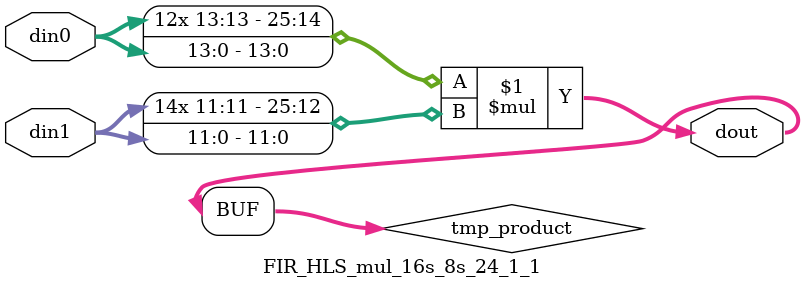
<source format=v>

`timescale 1 ns / 1 ps

 module FIR_HLS_mul_16s_8s_24_1_1(din0, din1, dout);
parameter ID = 1;
parameter NUM_STAGE = 0;
parameter din0_WIDTH = 14;
parameter din1_WIDTH = 12;
parameter dout_WIDTH = 26;

input [din0_WIDTH - 1 : 0] din0; 
input [din1_WIDTH - 1 : 0] din1; 
output [dout_WIDTH - 1 : 0] dout;

wire signed [dout_WIDTH - 1 : 0] tmp_product;



























assign tmp_product = $signed(din0) * $signed(din1);








assign dout = tmp_product;





















endmodule

</source>
